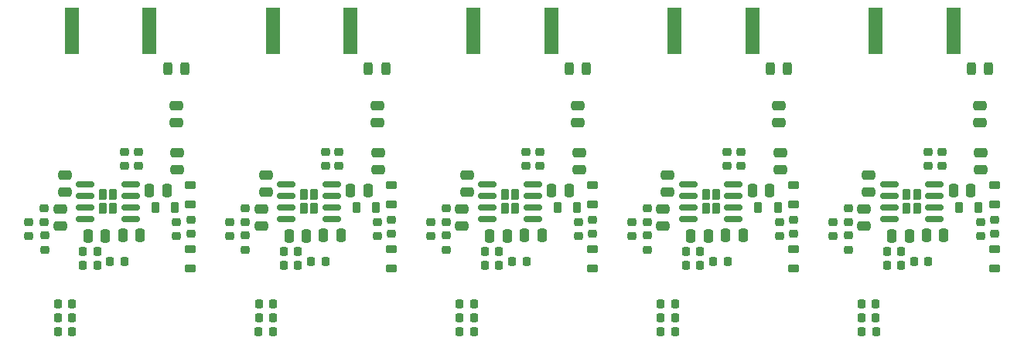
<source format=gbp>
%TF.GenerationSoftware,KiCad,Pcbnew,7.0.1*%
%TF.CreationDate,2023-10-09T02:03:58+02:00*%
%TF.ProjectId,current_probe,63757272-656e-4745-9f70-726f62652e6b,rev?*%
%TF.SameCoordinates,Original*%
%TF.FileFunction,Paste,Bot*%
%TF.FilePolarity,Positive*%
%FSLAX46Y46*%
G04 Gerber Fmt 4.6, Leading zero omitted, Abs format (unit mm)*
G04 Created by KiCad (PCBNEW 7.0.1) date 2023-10-09 02:03:58*
%MOMM*%
%LPD*%
G01*
G04 APERTURE LIST*
G04 Aperture macros list*
%AMRoundRect*
0 Rectangle with rounded corners*
0 $1 Rounding radius*
0 $2 $3 $4 $5 $6 $7 $8 $9 X,Y pos of 4 corners*
0 Add a 4 corners polygon primitive as box body*
4,1,4,$2,$3,$4,$5,$6,$7,$8,$9,$2,$3,0*
0 Add four circle primitives for the rounded corners*
1,1,$1+$1,$2,$3*
1,1,$1+$1,$4,$5*
1,1,$1+$1,$6,$7*
1,1,$1+$1,$8,$9*
0 Add four rect primitives between the rounded corners*
20,1,$1+$1,$2,$3,$4,$5,0*
20,1,$1+$1,$4,$5,$6,$7,0*
20,1,$1+$1,$6,$7,$8,$9,0*
20,1,$1+$1,$8,$9,$2,$3,0*%
G04 Aperture macros list end*
%ADD10R,1.500000X5.080000*%
%ADD11RoundRect,0.243750X-0.243750X-0.456250X0.243750X-0.456250X0.243750X0.456250X-0.243750X0.456250X0*%
%ADD12RoundRect,0.230000X-0.230000X-0.375000X0.230000X-0.375000X0.230000X0.375000X-0.230000X0.375000X0*%
%ADD13RoundRect,0.150000X-0.825000X-0.150000X0.825000X-0.150000X0.825000X0.150000X-0.825000X0.150000X0*%
%ADD14RoundRect,0.225000X0.250000X-0.225000X0.250000X0.225000X-0.250000X0.225000X-0.250000X-0.225000X0*%
%ADD15RoundRect,0.250000X-0.250000X-0.475000X0.250000X-0.475000X0.250000X0.475000X-0.250000X0.475000X0*%
%ADD16RoundRect,0.225000X-0.225000X-0.250000X0.225000X-0.250000X0.225000X0.250000X-0.225000X0.250000X0*%
%ADD17RoundRect,0.218750X0.256250X-0.218750X0.256250X0.218750X-0.256250X0.218750X-0.256250X-0.218750X0*%
%ADD18RoundRect,0.250000X-0.475000X0.250000X-0.475000X-0.250000X0.475000X-0.250000X0.475000X0.250000X0*%
%ADD19RoundRect,0.250000X0.475000X-0.250000X0.475000X0.250000X-0.475000X0.250000X-0.475000X-0.250000X0*%
%ADD20RoundRect,0.218750X0.218750X0.256250X-0.218750X0.256250X-0.218750X-0.256250X0.218750X-0.256250X0*%
%ADD21RoundRect,0.218750X-0.218750X-0.256250X0.218750X-0.256250X0.218750X0.256250X-0.218750X0.256250X0*%
%ADD22RoundRect,0.218750X-0.381250X0.218750X-0.381250X-0.218750X0.381250X-0.218750X0.381250X0.218750X0*%
%ADD23RoundRect,0.225000X-0.250000X0.225000X-0.250000X-0.225000X0.250000X-0.225000X0.250000X0.225000X0*%
%ADD24RoundRect,0.218750X0.381250X-0.218750X0.381250X0.218750X-0.381250X0.218750X-0.381250X-0.218750X0*%
%ADD25RoundRect,0.218750X0.218750X0.381250X-0.218750X0.381250X-0.218750X-0.381250X0.218750X-0.381250X0*%
%ADD26RoundRect,0.250000X0.250000X0.475000X-0.250000X0.475000X-0.250000X-0.475000X0.250000X-0.475000X0*%
G04 APERTURE END LIST*
D10*
%TO.C,J1*%
X111749200Y-98750600D03*
X120249200Y-98750600D03*
%TD*%
%TO.C,J1*%
X133749200Y-98750600D03*
X142249200Y-98750600D03*
%TD*%
%TO.C,J1*%
X155749200Y-98750600D03*
X164249200Y-98750600D03*
%TD*%
%TO.C,J1*%
X177749200Y-98750600D03*
X186249200Y-98750600D03*
%TD*%
%TO.C,J1*%
X199749200Y-98750600D03*
X208249200Y-98750600D03*
%TD*%
D11*
%TO.C,F1*%
X166226700Y-102875600D03*
X168101700Y-102875600D03*
%TD*%
D12*
%TO.C,U2*%
X181154200Y-116725600D03*
X181154200Y-118225600D03*
X182294200Y-116725600D03*
X182294200Y-118225600D03*
D13*
X179249200Y-119380600D03*
X179249200Y-118110600D03*
X179249200Y-116840600D03*
X179249200Y-115570600D03*
X184199200Y-115570600D03*
X184199200Y-116840600D03*
X184199200Y-118110600D03*
X184199200Y-119380600D03*
%TD*%
D14*
%TO.C,C25*%
X168774200Y-121027148D03*
X168774200Y-119477148D03*
%TD*%
D15*
%TO.C,C27*%
X205320748Y-121205600D03*
X207220748Y-121205600D03*
%TD*%
D16*
%TO.C,C11*%
X178974200Y-123000600D03*
X180524200Y-123000600D03*
%TD*%
%TO.C,C13*%
X176224200Y-128750600D03*
X177774200Y-128750600D03*
%TD*%
D17*
%TO.C,FB7*%
X129040594Y-121297165D03*
X129040594Y-119722165D03*
%TD*%
D14*
%TO.C,C29*%
X174744200Y-119774052D03*
X174744200Y-118224052D03*
%TD*%
D18*
%TO.C,C31*%
X177004200Y-114572148D03*
X177004200Y-116472148D03*
%TD*%
%TO.C,C22*%
X211284200Y-112100482D03*
X211284200Y-114000482D03*
%TD*%
D12*
%TO.C,U2*%
X137154200Y-116725600D03*
X137154200Y-118225600D03*
X138294200Y-116725600D03*
X138294200Y-118225600D03*
D13*
X135249200Y-119380600D03*
X135249200Y-118110600D03*
X135249200Y-116840600D03*
X135249200Y-115570600D03*
X140199200Y-115570600D03*
X140199200Y-116840600D03*
X140199200Y-118110600D03*
X140199200Y-119380600D03*
%TD*%
D14*
%TO.C,C26*%
X189214200Y-121274052D03*
X189214200Y-119724052D03*
%TD*%
D18*
%TO.C,C31*%
X111004200Y-114572148D03*
X111004200Y-116472148D03*
%TD*%
D17*
%TO.C,FB7*%
X107040594Y-121297165D03*
X107040594Y-119722165D03*
%TD*%
D16*
%TO.C,C11*%
X134974200Y-123000600D03*
X136524200Y-123000600D03*
%TD*%
D19*
%TO.C,C28*%
X110474200Y-120179052D03*
X110474200Y-118279052D03*
%TD*%
D20*
%TO.C,FB5*%
X133786700Y-131750600D03*
X132211700Y-131750600D03*
%TD*%
D18*
%TO.C,C22*%
X167284200Y-112100482D03*
X167284200Y-114000482D03*
%TD*%
D21*
%TO.C,FB4*%
X159956404Y-124035600D03*
X161531404Y-124035600D03*
%TD*%
D16*
%TO.C,C14*%
X110224200Y-130250600D03*
X111774200Y-130250600D03*
%TD*%
D14*
%TO.C,C29*%
X108744200Y-119774052D03*
X108744200Y-118224052D03*
%TD*%
%TO.C,C25*%
X146774200Y-121027148D03*
X146774200Y-119477148D03*
%TD*%
D22*
%TO.C,L1*%
X212749200Y-115688100D03*
X212749200Y-117813100D03*
%TD*%
D18*
%TO.C,C21*%
X145174200Y-106935600D03*
X145174200Y-108835600D03*
%TD*%
D23*
%TO.C,C24*%
X117504200Y-112055482D03*
X117504200Y-113605482D03*
%TD*%
D24*
%TO.C,L3*%
X146749200Y-124813100D03*
X146749200Y-122688100D03*
%TD*%
D25*
%TO.C,L2*%
X189030152Y-118125600D03*
X186905152Y-118125600D03*
%TD*%
D18*
%TO.C,C21*%
X123174200Y-106935600D03*
X123174200Y-108835600D03*
%TD*%
D16*
%TO.C,C12*%
X156974200Y-124500600D03*
X158524200Y-124500600D03*
%TD*%
D25*
%TO.C,L2*%
X167030152Y-118125600D03*
X164905152Y-118125600D03*
%TD*%
D17*
%TO.C,FB7*%
X151040594Y-121297165D03*
X151040594Y-119722165D03*
%TD*%
D16*
%TO.C,C13*%
X132224200Y-128750600D03*
X133774200Y-128750600D03*
%TD*%
D20*
%TO.C,FB5*%
X111786700Y-131750600D03*
X110211700Y-131750600D03*
%TD*%
D16*
%TO.C,C13*%
X110224200Y-128750600D03*
X111774200Y-128750600D03*
%TD*%
D21*
%TO.C,FB4*%
X115956404Y-124035600D03*
X117531404Y-124035600D03*
%TD*%
D11*
%TO.C,F1*%
X210226700Y-102875600D03*
X212101700Y-102875600D03*
%TD*%
D19*
%TO.C,C28*%
X198474200Y-120179052D03*
X198474200Y-118279052D03*
%TD*%
D18*
%TO.C,C31*%
X199004200Y-114572148D03*
X199004200Y-116472148D03*
%TD*%
D26*
%TO.C,C33*%
X144177652Y-116285600D03*
X142277652Y-116285600D03*
%TD*%
D23*
%TO.C,C23*%
X185014200Y-112055482D03*
X185014200Y-113605482D03*
%TD*%
D18*
%TO.C,C21*%
X211174200Y-106935600D03*
X211174200Y-108835600D03*
%TD*%
D22*
%TO.C,L1*%
X124749200Y-115688100D03*
X124749200Y-117813100D03*
%TD*%
D24*
%TO.C,L3*%
X168749200Y-124813100D03*
X168749200Y-122688100D03*
%TD*%
D22*
%TO.C,L1*%
X190749200Y-115688100D03*
X190749200Y-117813100D03*
%TD*%
D16*
%TO.C,C11*%
X200974200Y-123000600D03*
X202524200Y-123000600D03*
%TD*%
D21*
%TO.C,FB4*%
X137956404Y-124035600D03*
X139531404Y-124035600D03*
%TD*%
D18*
%TO.C,C22*%
X123284200Y-112100482D03*
X123284200Y-114000482D03*
%TD*%
D12*
%TO.C,U2*%
X159154200Y-116725600D03*
X159154200Y-118225600D03*
X160294200Y-116725600D03*
X160294200Y-118225600D03*
D13*
X157249200Y-119380600D03*
X157249200Y-118110600D03*
X157249200Y-116840600D03*
X157249200Y-115570600D03*
X162199200Y-115570600D03*
X162199200Y-116840600D03*
X162199200Y-118110600D03*
X162199200Y-119380600D03*
%TD*%
D23*
%TO.C,C23*%
X119014200Y-112055482D03*
X119014200Y-113605482D03*
%TD*%
D25*
%TO.C,L2*%
X145030152Y-118125600D03*
X142905152Y-118125600D03*
%TD*%
D26*
%TO.C,C32*%
X181427652Y-121265600D03*
X179527652Y-121265600D03*
%TD*%
D25*
%TO.C,L2*%
X123030152Y-118125600D03*
X120905152Y-118125600D03*
%TD*%
D16*
%TO.C,C12*%
X178974200Y-124500600D03*
X180524200Y-124500600D03*
%TD*%
D23*
%TO.C,C30*%
X130764200Y-121227148D03*
X130764200Y-122777148D03*
%TD*%
D14*
%TO.C,C25*%
X124774200Y-121027148D03*
X124774200Y-119477148D03*
%TD*%
D15*
%TO.C,C27*%
X161320748Y-121205600D03*
X163220748Y-121205600D03*
%TD*%
D23*
%TO.C,C30*%
X108764200Y-121227148D03*
X108764200Y-122777148D03*
%TD*%
D16*
%TO.C,C13*%
X198224200Y-128750600D03*
X199774200Y-128750600D03*
%TD*%
D14*
%TO.C,C25*%
X190774200Y-121027148D03*
X190774200Y-119477148D03*
%TD*%
D24*
%TO.C,L3*%
X190749200Y-124813100D03*
X190749200Y-122688100D03*
%TD*%
D26*
%TO.C,C32*%
X203427652Y-121265600D03*
X201527652Y-121265600D03*
%TD*%
D16*
%TO.C,C11*%
X156974200Y-123000600D03*
X158524200Y-123000600D03*
%TD*%
D18*
%TO.C,C31*%
X155004200Y-114572148D03*
X155004200Y-116472148D03*
%TD*%
D17*
%TO.C,FB7*%
X173040594Y-121297165D03*
X173040594Y-119722165D03*
%TD*%
D16*
%TO.C,C11*%
X112974200Y-123000600D03*
X114524200Y-123000600D03*
%TD*%
D18*
%TO.C,C22*%
X189284200Y-112100482D03*
X189284200Y-114000482D03*
%TD*%
D26*
%TO.C,C33*%
X210177652Y-116285600D03*
X208277652Y-116285600D03*
%TD*%
D22*
%TO.C,L1*%
X146749200Y-115688100D03*
X146749200Y-117813100D03*
%TD*%
D16*
%TO.C,C14*%
X154224200Y-130250600D03*
X155774200Y-130250600D03*
%TD*%
D23*
%TO.C,C30*%
X152764200Y-121227148D03*
X152764200Y-122777148D03*
%TD*%
D12*
%TO.C,U2*%
X203154200Y-116725600D03*
X203154200Y-118225600D03*
X204294200Y-116725600D03*
X204294200Y-118225600D03*
D13*
X201249200Y-119380600D03*
X201249200Y-118110600D03*
X201249200Y-116840600D03*
X201249200Y-115570600D03*
X206199200Y-115570600D03*
X206199200Y-116840600D03*
X206199200Y-118110600D03*
X206199200Y-119380600D03*
%TD*%
D26*
%TO.C,C33*%
X166177652Y-116285600D03*
X164277652Y-116285600D03*
%TD*%
D16*
%TO.C,C14*%
X176224200Y-130250600D03*
X177774200Y-130250600D03*
%TD*%
D14*
%TO.C,C26*%
X167214200Y-121274052D03*
X167214200Y-119724052D03*
%TD*%
D20*
%TO.C,FB5*%
X155786700Y-131750600D03*
X154211700Y-131750600D03*
%TD*%
D26*
%TO.C,C33*%
X188177652Y-116285600D03*
X186277652Y-116285600D03*
%TD*%
D19*
%TO.C,C28*%
X132474200Y-120179052D03*
X132474200Y-118279052D03*
%TD*%
D14*
%TO.C,C29*%
X152744200Y-119774052D03*
X152744200Y-118224052D03*
%TD*%
D11*
%TO.C,F1*%
X122226700Y-102875600D03*
X124101700Y-102875600D03*
%TD*%
D19*
%TO.C,C28*%
X154474200Y-120179052D03*
X154474200Y-118279052D03*
%TD*%
D14*
%TO.C,C26*%
X145214200Y-121274052D03*
X145214200Y-119724052D03*
%TD*%
D11*
%TO.C,F1*%
X188226700Y-102875600D03*
X190101700Y-102875600D03*
%TD*%
D23*
%TO.C,C24*%
X205504200Y-112055482D03*
X205504200Y-113605482D03*
%TD*%
D18*
%TO.C,C21*%
X189174200Y-106935600D03*
X189174200Y-108835600D03*
%TD*%
D24*
%TO.C,L3*%
X124749200Y-124813100D03*
X124749200Y-122688100D03*
%TD*%
D23*
%TO.C,C30*%
X196764200Y-121227148D03*
X196764200Y-122777148D03*
%TD*%
D15*
%TO.C,C27*%
X117320748Y-121205600D03*
X119220748Y-121205600D03*
%TD*%
D20*
%TO.C,FB5*%
X177786700Y-131750600D03*
X176211700Y-131750600D03*
%TD*%
D25*
%TO.C,L2*%
X211030152Y-118125600D03*
X208905152Y-118125600D03*
%TD*%
D14*
%TO.C,C25*%
X212774200Y-121027148D03*
X212774200Y-119477148D03*
%TD*%
D16*
%TO.C,C14*%
X198224200Y-130250600D03*
X199774200Y-130250600D03*
%TD*%
D11*
%TO.C,F1*%
X144226700Y-102875600D03*
X146101700Y-102875600D03*
%TD*%
D16*
%TO.C,C12*%
X200974200Y-124500600D03*
X202524200Y-124500600D03*
%TD*%
D23*
%TO.C,C24*%
X161504200Y-112055482D03*
X161504200Y-113605482D03*
%TD*%
D14*
%TO.C,C26*%
X211214200Y-121274052D03*
X211214200Y-119724052D03*
%TD*%
D26*
%TO.C,C32*%
X159427652Y-121265600D03*
X157527652Y-121265600D03*
%TD*%
D16*
%TO.C,C12*%
X134974200Y-124500600D03*
X136524200Y-124500600D03*
%TD*%
D26*
%TO.C,C32*%
X137427652Y-121265600D03*
X135527652Y-121265600D03*
%TD*%
D18*
%TO.C,C31*%
X133004200Y-114572148D03*
X133004200Y-116472148D03*
%TD*%
D23*
%TO.C,C23*%
X141014200Y-112055482D03*
X141014200Y-113605482D03*
%TD*%
D15*
%TO.C,C27*%
X183320748Y-121205600D03*
X185220748Y-121205600D03*
%TD*%
D23*
%TO.C,C24*%
X139504200Y-112055482D03*
X139504200Y-113605482D03*
%TD*%
%TO.C,C30*%
X174764200Y-121227148D03*
X174764200Y-122777148D03*
%TD*%
D24*
%TO.C,L3*%
X212749200Y-124813100D03*
X212749200Y-122688100D03*
%TD*%
D16*
%TO.C,C14*%
X132224200Y-130250600D03*
X133774200Y-130250600D03*
%TD*%
D17*
%TO.C,FB7*%
X195040594Y-121297165D03*
X195040594Y-119722165D03*
%TD*%
D14*
%TO.C,C29*%
X130744200Y-119774052D03*
X130744200Y-118224052D03*
%TD*%
D23*
%TO.C,C24*%
X183504200Y-112055482D03*
X183504200Y-113605482D03*
%TD*%
D15*
%TO.C,C27*%
X139320748Y-121205600D03*
X141220748Y-121205600D03*
%TD*%
D19*
%TO.C,C28*%
X176474200Y-120179052D03*
X176474200Y-118279052D03*
%TD*%
D14*
%TO.C,C26*%
X123214200Y-121274052D03*
X123214200Y-119724052D03*
%TD*%
D21*
%TO.C,FB4*%
X203956404Y-124035600D03*
X205531404Y-124035600D03*
%TD*%
D26*
%TO.C,C33*%
X122177652Y-116285600D03*
X120277652Y-116285600D03*
%TD*%
D18*
%TO.C,C22*%
X145284200Y-112100482D03*
X145284200Y-114000482D03*
%TD*%
D14*
%TO.C,C29*%
X196744200Y-119774052D03*
X196744200Y-118224052D03*
%TD*%
D21*
%TO.C,FB4*%
X181956404Y-124035600D03*
X183531404Y-124035600D03*
%TD*%
D26*
%TO.C,C32*%
X115427652Y-121265600D03*
X113527652Y-121265600D03*
%TD*%
D20*
%TO.C,FB5*%
X199786700Y-131750600D03*
X198211700Y-131750600D03*
%TD*%
D18*
%TO.C,C21*%
X167174200Y-106935600D03*
X167174200Y-108835600D03*
%TD*%
D23*
%TO.C,C23*%
X207014200Y-112055482D03*
X207014200Y-113605482D03*
%TD*%
D12*
%TO.C,U2*%
X115154200Y-116725600D03*
X115154200Y-118225600D03*
X116294200Y-116725600D03*
X116294200Y-118225600D03*
D13*
X113249200Y-119380600D03*
X113249200Y-118110600D03*
X113249200Y-116840600D03*
X113249200Y-115570600D03*
X118199200Y-115570600D03*
X118199200Y-116840600D03*
X118199200Y-118110600D03*
X118199200Y-119380600D03*
%TD*%
D23*
%TO.C,C23*%
X163014200Y-112055482D03*
X163014200Y-113605482D03*
%TD*%
D16*
%TO.C,C13*%
X154224200Y-128750600D03*
X155774200Y-128750600D03*
%TD*%
%TO.C,C12*%
X112974200Y-124500600D03*
X114524200Y-124500600D03*
%TD*%
D22*
%TO.C,L1*%
X168749200Y-115688100D03*
X168749200Y-117813100D03*
%TD*%
M02*

</source>
